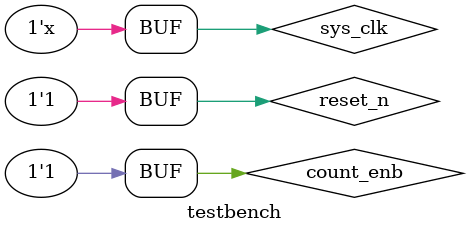
<source format=v>

module testbench;
   
   wire [11:0]count_out;
   
   reg sys_clk,count_init,reset_n,count_enb,latch_count;
   wire carry_out;
   
   counter ctra(sys_clk,count_init,count_enb,reset_n,latch_count,count_out);
initial
 begin
 $dumpfile ("tb_counter.vcd");
$dumpvars(0,testbench);
$monitor(sys_clk,count_init,count_enb,reset_n,latch_count,count_out);
 sys_clk = 0; 
 count_enb =1;
 reset_n= 1;
 end   
always #5 sys_clk = ~sys_clk;





 

 






 





  
endmodule

     

</source>
